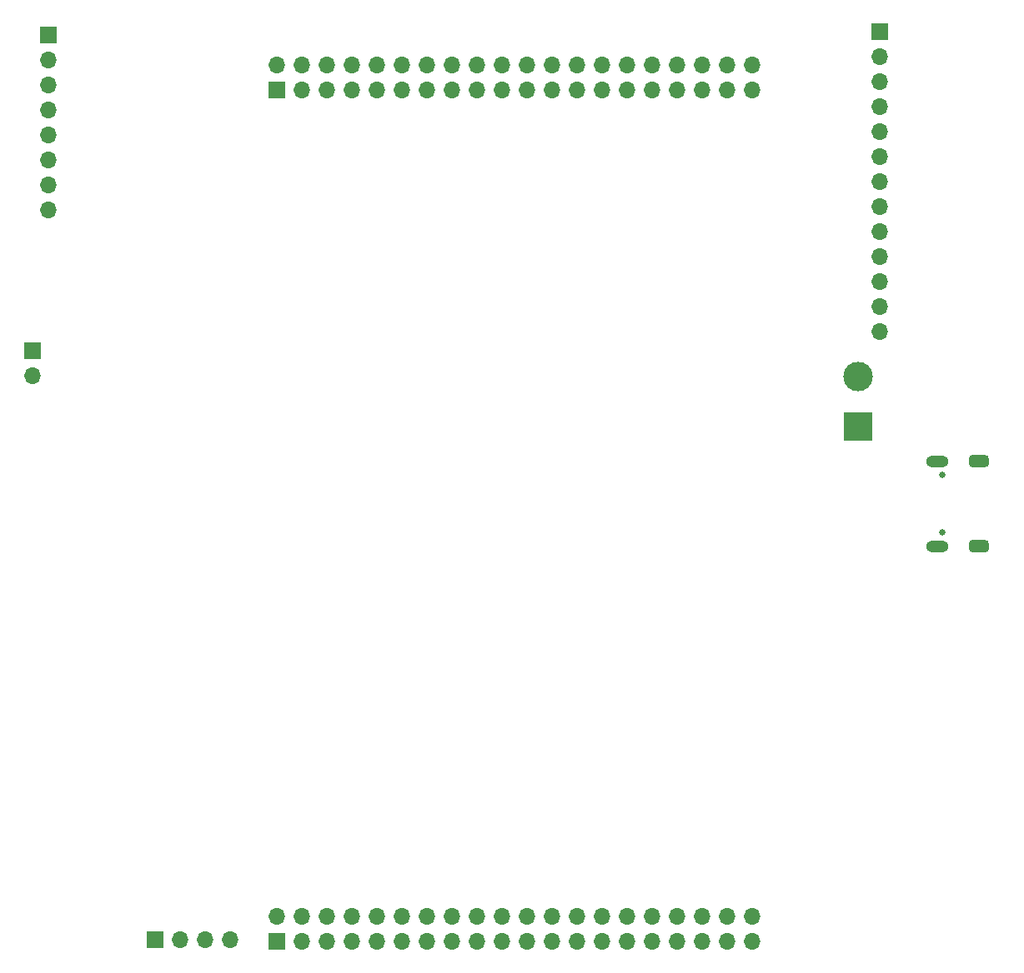
<source format=gbs>
G04 #@! TF.GenerationSoftware,KiCad,Pcbnew,(5.1.12)-1*
G04 #@! TF.CreationDate,2024-11-01T21:02:56+01:00*
G04 #@! TF.ProjectId,C5W1B1V1.0,43355731-4231-4563-912e-302e6b696361,rev?*
G04 #@! TF.SameCoordinates,Original*
G04 #@! TF.FileFunction,Soldermask,Bot*
G04 #@! TF.FilePolarity,Negative*
%FSLAX46Y46*%
G04 Gerber Fmt 4.6, Leading zero omitted, Abs format (unit mm)*
G04 Created by KiCad (PCBNEW (5.1.12)-1) date 2024-11-01 21:02:56*
%MOMM*%
%LPD*%
G01*
G04 APERTURE LIST*
%ADD10C,3.000000*%
%ADD11R,3.000000X3.000000*%
%ADD12O,1.700000X1.700000*%
%ADD13R,1.700000X1.700000*%
%ADD14C,0.650000*%
%ADD15O,2.304000X1.204000*%
G04 APERTURE END LIST*
D10*
G04 #@! TO.C,J8*
X125750000Y-77100000D03*
D11*
X125750000Y-82180000D03*
G04 #@! TD*
D12*
G04 #@! TO.C,J4*
X61980000Y-134360000D03*
X59440000Y-134360000D03*
X56900000Y-134360000D03*
D13*
X54360000Y-134360000D03*
G04 #@! TD*
D12*
G04 #@! TO.C,J6*
X43500000Y-60110000D03*
X43500000Y-57570000D03*
X43500000Y-55030000D03*
X43500000Y-52490000D03*
X43500000Y-49950000D03*
X43500000Y-47410000D03*
X43500000Y-44870000D03*
D13*
X43500000Y-42330000D03*
G04 #@! TD*
D12*
G04 #@! TO.C,J7*
X41940000Y-77020000D03*
D13*
X41940000Y-74480000D03*
G04 #@! TD*
D12*
G04 #@! TO.C,J1*
X115010000Y-45460000D03*
X115010000Y-48000000D03*
X112470000Y-45460000D03*
X112470000Y-48000000D03*
X109930000Y-45460000D03*
X109930000Y-48000000D03*
X107390000Y-45460000D03*
X107390000Y-48000000D03*
X104850000Y-45460000D03*
X104850000Y-48000000D03*
X102310000Y-45460000D03*
X102310000Y-48000000D03*
X99770000Y-45460000D03*
X99770000Y-48000000D03*
X97230000Y-45460000D03*
X97230000Y-48000000D03*
X94690000Y-45460000D03*
X94690000Y-48000000D03*
X92150000Y-45460000D03*
X92150000Y-48000000D03*
X89610000Y-45460000D03*
X89610000Y-48000000D03*
X87070000Y-45460000D03*
X87070000Y-48000000D03*
X84530000Y-45460000D03*
X84530000Y-48000000D03*
X81990000Y-45460000D03*
X81990000Y-48000000D03*
X79450000Y-45460000D03*
X79450000Y-48000000D03*
X76910000Y-45460000D03*
X76910000Y-48000000D03*
X74370000Y-45460000D03*
X74370000Y-48000000D03*
X71830000Y-45460000D03*
X71830000Y-48000000D03*
X69290000Y-45460000D03*
X69290000Y-48000000D03*
X66750000Y-45460000D03*
D13*
X66750000Y-48000000D03*
G04 #@! TD*
D12*
G04 #@! TO.C,J2*
X115010000Y-131960000D03*
X115010000Y-134500000D03*
X112470000Y-131960000D03*
X112470000Y-134500000D03*
X109930000Y-131960000D03*
X109930000Y-134500000D03*
X107390000Y-131960000D03*
X107390000Y-134500000D03*
X104850000Y-131960000D03*
X104850000Y-134500000D03*
X102310000Y-131960000D03*
X102310000Y-134500000D03*
X99770000Y-131960000D03*
X99770000Y-134500000D03*
X97230000Y-131960000D03*
X97230000Y-134500000D03*
X94690000Y-131960000D03*
X94690000Y-134500000D03*
X92150000Y-131960000D03*
X92150000Y-134500000D03*
X89610000Y-131960000D03*
X89610000Y-134500000D03*
X87070000Y-131960000D03*
X87070000Y-134500000D03*
X84530000Y-131960000D03*
X84530000Y-134500000D03*
X81990000Y-131960000D03*
X81990000Y-134500000D03*
X79450000Y-131960000D03*
X79450000Y-134500000D03*
X76910000Y-131960000D03*
X76910000Y-134500000D03*
X74370000Y-131960000D03*
X74370000Y-134500000D03*
X71830000Y-131960000D03*
X71830000Y-134500000D03*
X69290000Y-131960000D03*
X69290000Y-134500000D03*
X66750000Y-131960000D03*
D13*
X66750000Y-134500000D03*
G04 #@! TD*
D12*
G04 #@! TO.C,J3*
X127900000Y-72480000D03*
X127900000Y-69940000D03*
X127900000Y-67400000D03*
X127900000Y-64860000D03*
X127900000Y-62320000D03*
X127900000Y-59780000D03*
X127900000Y-57240000D03*
X127900000Y-54700000D03*
X127900000Y-52160000D03*
X127900000Y-49620000D03*
X127900000Y-47080000D03*
X127900000Y-44540000D03*
D13*
X127900000Y-42000000D03*
G04 #@! TD*
D14*
G04 #@! TO.C,J5*
X134320000Y-92890000D03*
X134320000Y-87110000D03*
D15*
X133820000Y-85680000D03*
X133820000Y-94320000D03*
G36*
G01*
X138701000Y-86282000D02*
X137299000Y-86282000D01*
G75*
G02*
X136998000Y-85981000I0J301000D01*
G01*
X136998000Y-85379000D01*
G75*
G02*
X137299000Y-85078000I301000J0D01*
G01*
X138701000Y-85078000D01*
G75*
G02*
X139002000Y-85379000I0J-301000D01*
G01*
X139002000Y-85981000D01*
G75*
G02*
X138701000Y-86282000I-301000J0D01*
G01*
G37*
G36*
G01*
X138701000Y-94922000D02*
X137299000Y-94922000D01*
G75*
G02*
X136998000Y-94621000I0J301000D01*
G01*
X136998000Y-94019000D01*
G75*
G02*
X137299000Y-93718000I301000J0D01*
G01*
X138701000Y-93718000D01*
G75*
G02*
X139002000Y-94019000I0J-301000D01*
G01*
X139002000Y-94621000D01*
G75*
G02*
X138701000Y-94922000I-301000J0D01*
G01*
G37*
G04 #@! TD*
M02*

</source>
